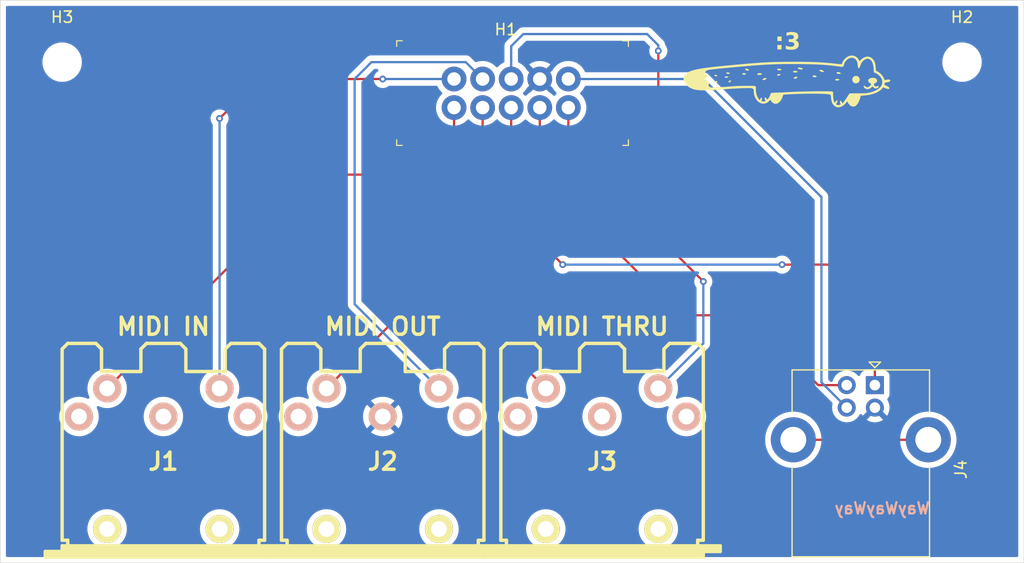
<source format=kicad_pcb>
(kicad_pcb (version 20240108) (generator "pcbnew") (generator_version "8.0")
  (layers (0 "F.Cu" signal) (31 "B.Cu" signal) (34 "B.Paste" user) (35 "F.Paste" user) (36 "B.SilkS" user "B.Silkscreen") (37 "F.SilkS" user "F.Silkscreen") (38 "B.Mask" user) (39 "F.Mask" user) (44 "Edge.Cuts" user))
  (net 0 "")
  (net 1 "/OUT-5")
  (net 2 "/GND")
  (net 3 "/IN-4")
  (net 4 "/THRU-5")
  (net 5 "/THRU-4")
  (net 6 "/IN-5")
  (net 7 "/OUT-4")
  (net 16 "/VBUS")
  (net 17 "/D+")
  (net 18 "/D-")
  (net 19 "unconnected-(J4-Shield-Pad5)")
  (footprint "Eurocad:MIDI_DIN5" (layer "F.Cu") (at 171.99874 126.5023)
    (property "Reference" "J3" (at 0.00126 0.9977 0) (layer "F.SilkS") (effects (font (size 1.524 1.524) (thickness 0.3048))))
    (property "Value" "MIDI THRU" (at 0 -11.00074 0) (layer "F.SilkS") (effects (font (size 1.524 1.524) (thickness 0.3048))))
    (fp_line (start -10.50036 8.99922) (end -8.99922 8.99922) (stroke (width 0.3048)) (layer "F.SilkS"))
    (fp_line (start -10.50036 9.25068) (end 8.99922 9.25068) (stroke (width 0.3048)) (layer "F.SilkS"))
    (fp_line (start -10.50036 9.4996) (end -10.50036 8.99922) (stroke (width 0.3048)) (layer "F.SilkS"))
    (fp_line (start -8.99922 -8.99922) (end -8.99922 8.001) (stroke (width 0.3048)) (layer "F.SilkS"))
    (fp_line (start -8.99922 -8.99922) (end -8.49884 -9.4996) (stroke (width 0.3048)) (layer "F.SilkS"))
    (fp_line (start -8.99922 8.001) (end -8.49884 8.001) (stroke (width 0.3048)) (layer "F.SilkS"))
    (fp_line (start -8.99922 8.49884) (end 10.50036 8.49884) (stroke (width 0.3048)) (layer "F.SilkS"))
    (fp_line (start -8.99922 8.7503) (end 10.50036 8.7503) (stroke (width 0.3048)) (layer "F.SilkS"))
    (fp_line (start -8.99922 8.99922) (end -8.99922 8.49884) (stroke (width 0.3048)) (layer "F.SilkS"))
    (fp_line (start -8.49884 -9.4996) (end -5.99948 -9.4996) (stroke (width 0.3048)) (layer "F.SilkS"))
    (fp_line (start -8.49884 8.001) (end -8.49884 8.49884) (stroke (width 0.3048)) (layer "F.SilkS"))
    (fp_line (start -5.99948 -9.4996) (end -5.4991 -8.99922) (stroke (width 0.3048)) (layer "F.SilkS"))
    (fp_line (start -5.4991 -8.99922) (end -5.4991 -7.00024) (stroke (width 0.3048)) (layer "F.SilkS"))
    (fp_line (start -5.4991 -7.00024) (end -1.99898 -7.00024) (stroke (width 0.3048)) (layer "F.SilkS"))
    (fp_line (start -1.99898 -8.99922) (end -1.99898 -7.00024) (stroke (width 0.3048)) (layer "F.SilkS"))
    (fp_line (start -1.50114 -9.4996) (end -1.99898 -8.99922) (stroke (width 0.3048)) (layer "F.SilkS"))
    (fp_line (start -1.50114 -9.4996) (end 1.50114 -9.4996) (stroke (width 0.3048)) (layer "F.SilkS"))
    (fp_line (start 1.50114 -9.4996) (end 1.99898 -8.99922) (stroke (width 0.3048)) (layer "F.SilkS"))
    (fp_line (start 1.99898 -8.99922) (end 1.99898 -7.00024) (stroke (width 0.3048)) (layer "F.SilkS"))
    (fp_line (start 5.4991 -8.99922) (end 5.4991 -7.00024) (stroke (width 0.3048)) (layer "F.SilkS"))
    (fp_line (start 5.4991 -7.00024) (end 1.99898 -7.00024) (stroke (width 0.3048)) (layer "F.SilkS"))
    (fp_line (start 5.99948 -9.4996) (end 5.4991 -8.99922) (stroke (width 0.3048)) (layer "F.SilkS"))
    (fp_line (start 6.49986 -9.4996) (end 5.99948 -9.4996) (stroke (width 0.3048)) (layer "F.SilkS"))
    (fp_line (start 8.49884 -9.4996) (end 6.49986 -9.4996) (stroke (width 0.3048)) (layer "F.SilkS"))
    (fp_line (start 8.49884 8.49884) (end 8.49884 8.001) (stroke (width 0.3048)) (layer "F.SilkS"))
    (fp_line (start 8.99922 -8.99922) (end 8.49884 -9.4996) (stroke (width 0.3048)) (layer "F.SilkS"))
    (fp_line (start 8.99922 -8.99922) (end 8.99922 8.001) (stroke (width 0.3048)) (layer "F.SilkS"))
    (fp_line (start 8.99922 8.001) (end 8.49884 8.001) (stroke (width 0.3048)) (layer "F.SilkS"))
    (fp_line (start 8.99922 8.99922) (end -8.99922 8.99922) (stroke (width 0.3048)) (layer "F.SilkS"))
    (fp_line (start 8.99922 8.99922) (end 8.99922 9.4996) (stroke (width 0.3048)) (layer "F.SilkS"))
    (fp_line (start 8.99922 9.4996) (end -10.50036 9.4996) (stroke (width 0.3048)) (layer "F.SilkS"))
    (fp_line (start 10.50036 8.49884) (end 10.50036 8.99922) (stroke (width 0.3048)) (layer "F.SilkS"))
    (fp_line (start 10.50036 8.99922) (end 8.99922 8.99922) (stroke (width 0.3048)) (layer "F.SilkS"))
    (pad "" np_thru_hole circle (at -5.00126 6.9977) (size 2.49936 2.49936) (drill 1.397) (layers "*.Cu" "*.Mask" "F.SilkS"))
    (pad "" np_thru_hole circle (at 5.00126 6.9977) (size 2.49936 2.49936) (drill 1.397) (layers "*.Cu" "*.Mask" "F.SilkS"))
    (pad "1" thru_hole circle (at 7.49808 -2.9972) (size 2.49936 2.49936) (drill 1.397) (layers "*.Cu" "*.SilkS" "*.Mask"))
    (pad "2" thru_hole circle (at 0 -2.99974) (size 2.49936 2.49936) (drill 1.397) (layers "*.Cu" "*.SilkS" "*.Mask"))
    (pad "3" thru_hole circle (at -7.49808 -2.9972) (size 2.49936 2.49936) (drill 1.397) (layers "*.Cu" "*.SilkS" "*.Mask"))
    (pad "4" thru_hole circle (at 4.99618 -5.4991) (size 2.49936 2.49936) (drill 1.397) (layers "*.Cu" "*.SilkS" "*.Mask") (net 5 "/THRU-4"))
    (pad "5" thru_hole circle (at -4.99618 -5.4991) (size 2.49936 2.49936) (drill 1.397) (layers "*.Cu" "*.SilkS" "*.Mask") (net 4 "/THRU-5"))
  )
  (footprint "MountingHole:MountingHole_3mm" (layer "F.Cu") (at 124 92)
    (property "Reference" "H3" (at 0 -4 0) (layer "F.SilkS"))
    (property "Value" "MountingHole")
    (pad "" np_thru_hole circle (at 0 0) (size 3 3) (drill 3) (layers "*.Cu" "*.Mask"))
  )
  (footprint "Eurocad:MIDI_DIN5" (layer "F.Cu") (at 132.99874 126.5023)
    (property "Reference" "J1" (at 0 0.9977 0) (layer "F.SilkS") (effects (font (size 1.524 1.524) (thickness 0.3048))))
    (property "Value" "MIDI IN" (at 0 -11.00074 0) (layer "F.SilkS") (effects (font (size 1.524 1.524) (thickness 0.3048))))
    (fp_line (start -10.50036 8.99922) (end -8.99922 8.99922) (stroke (width 0.3048)) (layer "F.SilkS"))
    (fp_line (start -10.50036 9.25068) (end 8.99922 9.25068) (stroke (width 0.3048)) (layer "F.SilkS"))
    (fp_line (start -10.50036 9.4996) (end -10.50036 8.99922) (stroke (width 0.3048)) (layer "F.SilkS"))
    (fp_line (start -8.99922 -8.99922) (end -8.99922 8.001) (stroke (width 0.3048)) (layer "F.SilkS"))
    (fp_line (start -8.99922 -8.99922) (end -8.49884 -9.4996) (stroke (width 0.3048)) (layer "F.SilkS"))
    (fp_line (start -8.99922 8.001) (end -8.49884 8.001) (stroke (width 0.3048)) (layer "F.SilkS"))
    (fp_line (start -8.99922 8.49884) (end 10.50036 8.49884) (stroke (width 0.3048)) (layer "F.SilkS"))
    (fp_line (start -8.99922 8.7503) (end 10.50036 8.7503) (stroke (width 0.3048)) (layer "F.SilkS"))
    (fp_line (start -8.99922 8.99922) (end -8.99922 8.49884) (stroke (width 0.3048)) (layer "F.SilkS"))
    (fp_line (start -8.49884 -9.4996) (end -5.99948 -9.4996) (stroke (width 0.3048)) (layer "F.SilkS"))
    (fp_line (start -8.49884 8.001) (end -8.49884 8.49884) (stroke (width 0.3048)) (layer "F.SilkS"))
    (fp_line (start -5.99948 -9.4996) (end -5.4991 -8.99922) (stroke (width 0.3048)) (layer "F.SilkS"))
    (fp_line (start -5.4991 -8.99922) (end -5.4991 -7.00024) (stroke (width 0.3048)) (layer "F.SilkS"))
    (fp_line (start -5.4991 -7.00024) (end -1.99898 -7.00024) (stroke (width 0.3048)) (layer "F.SilkS"))
    (fp_line (start -1.99898 -8.99922) (end -1.99898 -7.00024) (stroke (width 0.3048)) (layer "F.SilkS"))
    (fp_line (start -1.50114 -9.4996) (end -1.99898 -8.99922) (stroke (width 0.3048)) (layer "F.SilkS"))
    (fp_line (start -1.50114 -9.4996) (end 1.50114 -9.4996) (stroke (width 0.3048)) (layer "F.SilkS"))
    (fp_line (start 1.50114 -9.4996) (end 1.99898 -8.99922) (stroke (width 0.3048)) (layer "F.SilkS"))
    (fp_line (start 1.99898 -8.99922) (end 1.99898 -7.00024) (stroke (width 0.3048)) (layer "F.SilkS"))
    (fp_line (start 5.4991 -8.99922) (end 5.4991 -7.00024) (stroke (width 0.3048)) (layer "F.SilkS"))
    (fp_line (start 5.4991 -7.00024) (end 1.99898 -7.00024) (stroke (width 0.3048)) (layer "F.SilkS"))
    (fp_line (start 5.99948 -9.4996) (end 5.4991 -8.99922) (stroke (width 0.3048)) (layer "F.SilkS"))
    (fp_line (start 6.49986 -9.4996) (end 5.99948 -9.4996) (stroke (width 0.3048)) (layer "F.SilkS"))
    (fp_line (start 8.49884 -9.4996) (end 6.49986 -9.4996) (stroke (width 0.3048)) (layer "F.SilkS"))
    (fp_line (start 8.49884 8.49884) (end 8.49884 8.001) (stroke (width 0.3048)) (layer "F.SilkS"))
    (fp_line (start 8.99922 -8.99922) (end 8.49884 -9.4996) (stroke (width 0.3048)) (layer "F.SilkS"))
    (fp_line (start 8.99922 -8.99922) (end 8.99922 8.001) (stroke (width 0.3048)) (layer "F.SilkS"))
    (fp_line (start 8.99922 8.001) (end 8.49884 8.001) (stroke (width 0.3048)) (layer "F.SilkS"))
    (fp_line (start 8.99922 8.99922) (end -8.99922 8.99922) (stroke (width 0.3048)) (layer "F.SilkS"))
    (fp_line (start 8.99922 8.99922) (end 8.99922 9.4996) (stroke (width 0.3048)) (layer "F.SilkS"))
    (fp_line (start 8.99922 9.4996) (end -10.50036 9.4996) (stroke (width 0.3048)) (layer "F.SilkS"))
    (fp_line (start 10.50036 8.49884) (end 10.50036 8.99922) (stroke (width 0.3048)) (layer "F.SilkS"))
    (fp_line (start 10.50036 8.99922) (end 8.99922 8.99922) (stroke (width 0.3048)) (layer "F.SilkS"))
    (pad "" np_thru_hole circle (at -5.00126 6.9977) (size 2.49936 2.49936) (drill 1.397) (layers "*.Cu" "*.Mask" "F.SilkS"))
    (pad "" np_thru_hole circle (at 5.00126 6.9977) (size 2.49936 2.49936) (drill 1.397) (layers "*.Cu" "*.Mask" "F.SilkS"))
    (pad "1" thru_hole circle (at 7.49808 -2.9972) (size 2.49936 2.49936) (drill 1.397) (layers "*.Cu" "*.SilkS" "*.Mask"))
    (pad "2" thru_hole circle (at 0 -2.99974) (size 2.49936 2.49936) (drill 1.397) (layers "*.Cu" "*.SilkS" "*.Mask"))
    (pad "3" thru_hole circle (at -7.49808 -2.9972) (size 2.49936 2.49936) (drill 1.397) (layers "*.Cu" "*.SilkS" "*.Mask"))
    (pad "4" thru_hole circle (at 4.99618 -5.4991) (size 2.49936 2.49936) (drill 1.397) (layers "*.Cu" "*.SilkS" "*.Mask") (net 3 "/IN-4"))
    (pad "5" thru_hole circle (at -4.99618 -5.4991) (size 2.49936 2.49936) (drill 1.397) (layers "*.Cu" "*.SilkS" "*.Mask") (net 6 "/IN-5"))
  )
  (footprint "MountingHole:MountingHole_3mm" (layer "F.Cu") (at 204 92)
    (property "Reference" "H2" (at 0 -4 0) (layer "F.SilkS"))
    (property "Value" "MountingHole")
    (pad "" np_thru_hole circle (at 0 0) (size 3 3) (drill 3) (layers "*.Cu" "*.Mask"))
  )
  (footprint "digikey-footprints:PinHeader_2x5_P2.54mm_Drill1.2mm" (layer "F.Cu") (at 158.84 93.5)
    (property "Reference" "H1" (at 4.6 -4.4 0) (layer "F.SilkS"))
    (property "Value" "MIDI_INTELLIJEL")
    (fp_line (start -5.1 -3.4) (end -5.1 -2.9) (stroke (width 0.1)) (layer "F.SilkS"))
    (fp_line (start -5.1 -3.4) (end -4.6 -3.4) (stroke (width 0.1)) (layer "F.SilkS"))
    (fp_line (start -5.1 5.9) (end -5.1 5.4) (stroke (width 0.1)) (layer "F.SilkS"))
    (fp_line (start -5.1 5.9) (end -4.6 5.9) (stroke (width 0.1)) (layer "F.SilkS"))
    (fp_line (start 15.5 -3.4) (end 15 -3.4) (stroke (width 0.1)) (layer "F.SilkS"))
    (fp_line (start 15.5 -3.4) (end 15.5 -2.9) (stroke (width 0.1)) (layer "F.SilkS"))
    (fp_line (start 15.5 5.9) (end 15 5.9) (stroke (width 0.1)) (layer "F.SilkS"))
    (fp_line (start 15.5 5.9) (end 15.5 5.4) (stroke (width 0.1)) (layer "F.SilkS"))
    (pad "1" thru_hole circle (at 0 0) (size 2.2 2.2) (drill 1.2) (layers "*.Cu" "*.Mask") (net 3 "/IN-4"))
    (pad "2" thru_hole circle (at 0 2.54) (size 2.2 2.2) (drill 1.2) (layers "*.Cu" "*.Mask") (net 6 "/IN-5"))
    (pad "3" thru_hole circle (at 2.54 0) (size 2.2 2.2) (drill 1.2) (layers "*.Cu" "*.Mask") (net 7 "/OUT-4"))
    (pad "4" thru_hole circle (at 2.54 2.54) (size 2.2 2.2) (drill 1.2) (layers "*.Cu" "*.Mask") (net 1 "/OUT-5"))
    (pad "5" thru_hole circle (at 5.08 0) (size 2.2 2.2) (drill 1.2) (layers "*.Cu" "*.Mask") (net 5 "/THRU-4"))
    (pad "6" thru_hole circle (at 5.08 2.54) (size 2.2 2.2) (drill 1.2) (layers "*.Cu" "*.Mask") (net 4 "/THRU-5"))
    (pad "7" thru_hole circle (at 7.62 0) (size 2.2 2.2) (drill 1.2) (layers "*.Cu" "*.Mask") (net 2 "/GND"))
    (pad "8" thru_hole circle (at 7.62 2.54) (size 2.2 2.2) (drill 1.2) (layers "*.Cu" "*.Mask") (net 16 "/VBUS"))
    (pad "9" thru_hole circle (at 10.16 0) (size 2.2 2.2) (drill 1.2) (layers "*.Cu" "*.Mask") (net 17 "/D+"))
    (pad "10" thru_hole circle (at 10.16 2.54) (size 2.2 2.2) (drill 1.2) (layers "*.Cu" "*.Mask") (net 18 "/D-"))
  )
  (footprint "Eurocad:MIDI_DIN5" (layer "F.Cu") (at 152.49874 126.5023)
    (property "Reference" "J2" (at 0 0.9977 0) (layer "F.SilkS") (effects (font (size 1.524 1.524) (thickness 0.3048))))
    (property "Value" "MIDI OUT" (at 0 -11.00074 0) (layer "F.SilkS") (effects (font (size 1.524 1.524) (thickness 0.3048))))
    (fp_line (start -10.50036 8.99922) (end -8.99922 8.99922) (stroke (width 0.3048)) (layer "F.SilkS"))
    (fp_line (start -10.50036 9.25068) (end 8.99922 9.25068) (stroke (width 0.3048)) (layer "F.SilkS"))
    (fp_line (start -10.50036 9.4996) (end -10.50036 8.99922) (stroke (width 0.3048)) (layer "F.SilkS"))
    (fp_line (start -8.99922 -8.99922) (end -8.99922 8.001) (stroke (width 0.3048)) (layer "F.SilkS"))
    (fp_line (start -8.99922 -8.99922) (end -8.49884 -9.4996) (stroke (width 0.3048)) (layer "F.SilkS"))
    (fp_line (start -8.99922 8.001) (end -8.49884 8.001) (stroke (width 0.3048)) (layer "F.SilkS"))
    (fp_line (start -8.99922 8.49884) (end 10.50036 8.49884) (stroke (width 0.3048)) (layer "F.SilkS"))
    (fp_line (start -8.99922 8.7503) (end 10.50036 8.7503) (stroke (width 0.3048)) (layer "F.SilkS"))
    (fp_line (start -8.99922 8.99922) (end -8.99922 8.49884) (stroke (width 0.3048)) (layer "F.SilkS"))
    (fp_line (start -8.49884 -9.4996) (end -5.99948 -9.4996) (stroke (width 0.3048)) (layer "F.SilkS"))
    (fp_line (start -8.49884 8.001) (end -8.49884 8.49884) (stroke (width 0.3048)) (layer "F.SilkS"))
    (fp_line (start -5.99948 -9.4996) (end -5.4991 -8.99922) (stroke (width 0.3048)) (layer "F.SilkS"))
    (fp_line (start -5.4991 -8.99922) (end -5.4991 -7.00024) (stroke (width 0.3048)) (layer "F.SilkS"))
    (fp_line (start -5.4991 -7.00024) (end -1.99898 -7.00024) (stroke (width 0.3048)) (layer "F.SilkS"))
    (fp_line (start -1.99898 -8.99922) (end -1.99898 -7.00024) (stroke (width 0.3048)) (layer "F.SilkS"))
    (fp_line (start -1.50114 -9.4996) (end -1.99898 -8.99922) (stroke (width 0.3048)) (layer "F.SilkS"))
    (fp_line (start -1.50114 -9.4996) (end 1.50114 -9.4996) (stroke (width 0.3048)) (layer "F.SilkS"))
    (fp_line (start 1.50114 -9.4996) (end 1.99898 -8.99922) (stroke (width 0.3048)) (layer "F.SilkS"))
    (fp_line (start 1.99898 -8.99922) (end 1.99898 -7.00024) (stroke (width 0.3048)) (layer "F.SilkS"))
    (fp_line (start 5.4991 -8.99922) (end 5.4991 -7.00024) (stroke (width 0.3048)) (layer "F.SilkS"))
    (fp_line (start 5.4991 -7.00024) (end 1.99898 -7.00024) (stroke (width 0.3048)) (layer "F.SilkS"))
    (fp_line (start 5.99948 -9.4996) (end 5.4991 -8.99922) (stroke (width 0.3048)) (layer "F.SilkS"))
    (fp_line (start 6.49986 -9.4996) (end 5.99948 -9.4996) (stroke (width 0.3048)) (layer "F.SilkS"))
    (fp_line (start 8.49884 -9.4996) (end 6.49986 -9.4996) (stroke (width 0.3048)) (layer "F.SilkS"))
    (fp_line (start 8.49884 8.49884) (end 8.49884 8.001) (stroke (width 0.3048)) (layer "F.SilkS"))
    (fp_line (start 8.99922 -8.99922) (end 8.49884 -9.4996) (stroke (width 0.3048)) (layer "F.SilkS"))
    (fp_line (start 8.99922 -8.99922) (end 8.99922 8.001) (stroke (width 0.3048)) (layer "F.SilkS"))
    (fp_line (start 8.99922 8.001) (end 8.49884 8.001) (stroke (width 0.3048)) (layer "F.SilkS"))
    (fp_line (start 8.99922 8.99922) (end -8.99922 8.99922) (stroke (width 0.3048)) (layer "F.SilkS"))
    (fp_line (start 8.99922 8.99922) (end 8.99922 9.4996) (stroke (width 0.3048)) (layer "F.SilkS"))
    (fp_line (start 8.99922 9.4996) (end -10.50036 9.4996) (stroke (width 0.3048)) (layer "F.SilkS"))
    (fp_line (start 10.50036 8.49884) (end 10.50036 8.99922) (stroke (width 0.3048)) (layer "F.SilkS"))
    (fp_line (start 10.50036 8.99922) (end 8.99922 8.99922) (stroke (width 0.3048)) (layer "F.SilkS"))
    (pad "" np_thru_hole circle (at -5.00126 6.9977) (size 2.49936 2.49936) (drill 1.397) (layers "*.Cu" "*.Mask" "F.SilkS"))
    (pad "" np_thru_hole circle (at 5.00126 6.9977) (size 2.49936 2.49936) (drill 1.397) (layers "*.Cu" "*.Mask" "F.SilkS"))
    (pad "1" thru_hole circle (at 7.49808 -2.9972) (size 2.49936 2.49936) (drill 1.397) (layers "*.Cu" "*.SilkS" "*.Mask"))
    (pad "2" thru_hole circle (at 0 -2.99974) (size 2.49936 2.49936) (drill 1.397) (layers "*.Cu" "*.SilkS" "*.Mask") (net 2 "/GND"))
    (pad "3" thru_hole circle (at -7.49808 -2.9972) (size 2.49936 2.49936) (drill 1.397) (layers "*.Cu" "*.SilkS" "*.Mask"))
    (pad "4" thru_hole circle (at 4.99618 -5.4991) (size 2.49936 2.49936) (drill 1.397) (layers "*.Cu" "*.SilkS" "*.Mask") (net 7 "/OUT-4"))
    (pad "5" thru_hole circle (at -4.99618 -5.4991) (size 2.49936 2.49936) (drill 1.397) (layers "*.Cu" "*.SilkS" "*.Mask") (net 1 "/OUT-5"))
  )
  (footprint "misc:logo" (layer "F.Cu") (at 188.5 93.75)
    (property "Reference" ":3" (at 0 -3.5 0) (layer "F.SilkS") (effects (font (size 1.5 1.5) (thickness 0.3))))
    (property "Value" "LOGO" (hide yes))
    (fp_poly (pts (xy -6.404411 -0.621531) (xy -6.316374 -0.600992) (xy -6.273444 -0.568173) (xy -6.273457 -0.521721) (xy -6.307605 -0.492144) (xy -6.367131 -0.485146) (xy -6.434909 -0.500193) (xy -6.484216 -0.528273) (xy -6.522909 -0.573782) (xy -6.51762 -0.607071) (xy -6.472116 -0.623742)) (fill solid) (layer "F.SilkS"))
    (fp_poly (pts (xy -6.277231 -0.062158) (xy -6.244811 -0.033975) (xy -6.251769 0.011303) (xy -6.28817 0.052149) (xy -6.3519 0.08657) (xy -6.415529 0.094861) (xy -6.462961 0.076466) (xy -6.475019 0.0586) (xy -6.471363 0.009389) (xy -6.426738 -0.033084) (xy -6.348557 -0.061943) (xy -6.344001 -0.062885)) (fill solid) (layer "F.SilkS"))
    (fp_poly (pts (xy -5.03858 -0.10385) (xy -5.049179 -0.055407) (xy -5.081156 -0.010864) (xy -5.140294 0.031995) (xy -5.203704 0.048968) (xy -5.25356 0.035694) (xy -5.257397 0.032254) (xy -5.272899 -0.010184) (xy -5.247485 -0.056876) (xy -5.187317 -0.100941) (xy -5.110119 -0.132197) (xy -5.059728 -0.132941)) (fill solid) (layer "F.SilkS"))
    (fp_poly (pts (xy 0.858216 -0.430241) (xy 0.863644 -0.393223) (xy 0.827064 -0.347395) (xy 0.760116 -0.306354) (xy 0.66851 -0.273877) (xy 0.59449 -0.269206) (xy 0.547488 -0.292349) (xy 0.539493 -0.306149) (xy 0.544796 -0.35242) (xy 0.589345 -0.396657) (xy 0.664229 -0.432161) (xy 0.728103 -0.447927) (xy 0.812471 -0.45097)) (fill solid) (layer "F.SilkS"))
    (fp_poly (pts (xy -5.355289 -0.475652) (xy -5.301554 -0.453122) (xy -5.288236 -0.419138) (xy -5.301252 -0.39488) (xy -5.339172 -0.376714) (xy -5.405101 -0.36598) (xy -5.481445 -0.363075) (xy -5.550608 -0.368398) (xy -5.594996 -0.382347) (xy -5.60075 -0.388107) (xy -5.604017 -0.42812) (xy -5.567184 -0.460489) (xy -5.498462 -0.480178) (xy -5.444733 -0.483809)) (fill solid) (layer "F.SilkS"))
    (fp_poly (pts (xy -0.689589 -0.691424) (xy -0.64409 -0.672968) (xy -0.635368 -0.660732) (xy -0.646337 -0.626055) (xy -0.691362 -0.591074) (xy -0.756491 -0.561483) (xy -0.827773 -0.54298) (xy -0.891256 -0.541258) (xy -0.91319 -0.547314) (xy -0.941539 -0.578587) (xy -0.930614 -0.622408) (xy -0.884801 -0.666251) (xy -0.82746 -0.688453) (xy -0.756551 -0.696715)) (fill solid) (layer "F.SilkS"))
    (fp_poly (pts (xy -5.293919 -0.83393) (xy -5.21814 -0.817624) (xy -5.162984 -0.794747) (xy -5.151789 -0.785248) (xy -5.144128 -0.751935) (xy -5.173625 -0.725722) (xy -5.229276 -0.709086) (xy -5.300078 -0.704509) (xy -5.375028 -0.714468) (xy -5.412619 -0.726468) (xy -5.457109 -0.759954) (xy -5.463253 -0.799961) (xy -5.429126 -0.83181) (xy -5.426562 -0.832836) (xy -5.370126 -0.840166)) (fill solid) (layer "F.SilkS"))
    (fp_poly (pts (xy -3.866662 -0.76921) (xy -3.769223 -0.759048) (xy -3.717426 -0.739146) (xy -3.70922 -0.70789) (xy -3.738076 -0.668046) (xy -3.790665 -0.641044) (xy -3.865673 -0.62948) (xy -3.9429 -0.633582) (xy -4.002144 -0.653577) (xy -4.015363 -0.66493) (xy -4.033833 -0.713009) (xy -4.030734 -0.738664) (xy -4.011588 -0.759951) (xy -3.96828 -0.769808) (xy -3.890157 -0.770218)) (fill solid) (layer "F.SilkS"))
    (fp_poly (pts (xy -1.926919 -0.348864) (xy -1.887894 -0.318574) (xy -1.891905 -0.278605) (xy -1.936066 -0.234502) (xy -2.006246 -0.196503) (xy -2.094347 -0.16159) (xy -2.153188 -0.147829) (xy -2.196079 -0.153374) (xy -2.221974 -0.166627) (xy -2.239384 -0.197434) (xy -2.220347 -0.236552) (xy -2.174621 -0.277953) (xy -2.111966 -0.31561) (xy -2.042142 -0.343495) (xy -1.974907 -0.35558)) (fill solid) (layer "F.SilkS"))
    (fp_poly (pts (xy 0.685856 -0.979527) (xy 0.791385 -0.961695) (xy 0.828524 -0.952126) (xy 0.864686 -0.923912) (xy 0.866888 -0.882328) (xy 0.837137 -0.846365) (xy 0.816429 -0.837723) (xy 0.737077 -0.825686) (xy 0.646931 -0.824917) (xy 0.56709 -0.834624) (xy 0.526143 -0.848604) (xy 0.488221 -0.889932) (xy 0.495311 -0.935722) (xy 0.534002 -0.968588) (xy 0.594946 -0.98211)) (fill solid) (layer "F.SilkS"))
    (fp_poly (pts (xy 2.428331 -0.565827) (xy 2.506718 -0.543035) (xy 2.55341 -0.515325) (xy 2.576561 -0.47743) (xy 2.562064 -0.444961) (xy 2.520043 -0.424097) (xy 2.449434 -0.413559) (xy 2.36902 -0.413833) (xy 2.297582 -0.425403) (xy 2.267857 -0.437366) (xy 2.231674 -0.479078) (xy 2.231036 -0.528032) (xy 2.264901 -0.564848) (xy 2.274925 -0.5688) (xy 2.343691 -0.575831)) (fill solid) (layer "F.SilkS"))
    (fp_poly (pts (xy -3.606613 -1.162065) (xy -3.591274 -1.158365) (xy -3.49746 -1.125745) (xy -3.449676 -1.087186) (xy -3.448866 -1.043618) (xy -3.459238 -1.028095) (xy -3.491253 -1.002603) (xy -3.53765 -0.996076) (xy -3.611852 -1.007527) (xy -3.642778 -1.014616) (xy -3.721491 -1.038781) (xy -3.761818 -1.067784) (xy -3.773689 -1.10898) (xy -3.773714 -1.111601) (xy -3.755482 -1.157134) (xy -3.700117 -1.17387)) (fill solid) (layer "F.SilkS"))
    (fp_poly (pts (xy -0.757514 -1.170839) (xy -0.671824 -1.157124) (xy -0.603332 -1.133847) (xy -0.588892 -1.125089) (xy -0.561267 -1.082497) (xy -0.563786 -1.055784) (xy -0.586549 -1.031028) (xy -0.637322 -1.01937) (xy -0.706812 -1.017533) (xy -0.791325 -1.022532) (xy -0.863409 -1.03354) (xy -0.889 -1.040944) (xy -0.934837 -1.076692) (xy -0.937201 -1.121099) (xy -0.897002 -1.160097) (xy -0.839531 -1.17262)) (fill solid) (layer "F.SilkS"))
    (fp_poly (pts (xy 3.022605 -1.052852) (xy 3.099454 -1.023566) (xy 3.163256 -0.985424) (xy 3.202976 -0.942812) (xy 3.207576 -0.900114) (xy 3.203889 -0.892865) (xy 3.166878 -0.87488) (xy 3.098083 -0.874997) (xy 3.010285 -0.892477) (xy 2.965826 -0.906576) (xy 2.876584 -0.946672) (xy 2.824518 -0.988372) (xy 2.81387 -1.02757) (xy 2.82415 -1.043731) (xy 2.873916 -1.06732) (xy 2.943747 -1.068898)) (fill solid) (layer "F.SilkS"))
    (fp_poly (pts (xy -2.46084 -0.769188) (xy -2.377175 -0.763273) (xy -2.330413 -0.752793) (xy -2.30908 -0.733477) (xy -2.30283 -0.710395) (xy -2.309889 -0.668839) (xy -2.352389 -0.639611) (xy -2.372964 -0.631776) (xy -2.466855 -0.610798) (xy -2.564529 -0.60726) (xy -2.645385 -0.621225) (xy -2.667 -0.63089) (xy -2.702136 -0.666553) (xy -2.709333 -0.689779) (xy -2.68687 -0.732783) (xy -2.621849 -0.760001) (xy -2.517819 -0.770298)) (fill solid) (layer "F.SilkS"))
    (fp_poly (pts (xy 4.464529 -0.261554) (xy 4.543531 -0.247364) (xy 4.588983 -0.220607) (xy 4.596169 -0.187084) (xy 4.560374 -0.152595) (xy 4.555317 -0.149867) (xy 4.482259 -0.124202) (xy 4.395366 -0.110296) (xy 4.313461 -0.109556) (xy 4.255364 -0.123393) (xy 4.249631 -0.126983) (xy 4.220695 -0.170446) (xy 4.231745 -0.216878) (xy 4.277844 -0.251289) (xy 4.292033 -0.255716) (xy 4.347916 -0.262224) (xy 4.427396 -0.263175)) (fill solid) (layer "F.SilkS"))
    (fp_poly (pts (xy 4.557883 -0.85975) (xy 4.634632 -0.834851) (xy 4.692369 -0.798699) (xy 4.71702 -0.754529) (xy 4.717143 -0.751139) (xy 4.711183 -0.721097) (xy 4.685126 -0.707124) (xy 4.626708 -0.704277) (xy 4.602238 -0.704818) (xy 4.521121 -0.708972) (xy 4.452741 -0.71553) (xy 4.434662 -0.718366) (xy 4.371678 -0.744343) (xy 4.34151 -0.785329) (xy 4.351394 -0.83086) (xy 4.354286 -0.834571) (xy 4.403638 -0.862846) (xy 4.476195 -0.870161)) (fill solid) (layer "F.SilkS"))
    (fp_poly (pts (xy 1.064796 -1.264821) (xy 1.149215 -1.24892) (xy 1.270914 -1.22214) (xy 1.276048 -1.220974) (xy 1.320652 -1.195387) (xy 1.330064 -1.156669) (xy 1.30951 -1.118278) (xy 1.264216 -1.093674) (xy 1.225688 -1.091277) (xy 1.186783 -1.09714) (xy 1.119303 -1.109045) (xy 1.077205 -1.11692) (xy 0.974745 -1.143648) (xy 0.913845 -1.175638) (xy 0.896564 -1.210744) (xy 0.924961 -1.246821) (xy 0.942443 -1.257377) (xy 0.970688 -1.268037) (xy 1.00838 -1.270856)) (fill solid) (layer "F.SilkS"))
    (fp_poly (pts (xy 6.189572 -0.511639) (xy 6.283779 -0.456056) (xy 6.352822 -0.37455) (xy 6.393973 -0.276228) (xy 6.404507 -0.170197) (xy 6.381699 -0.065567) (xy 6.322823 0.028557) (xy 6.257378 0.084179) (xy 6.159605 0.125149) (xy 6.049293 0.136367) (xy 5.946493 0.117021) (xy 5.908303 0.098302) (xy 5.808481 0.010758) (xy 5.75126 -0.096239) (xy 5.738431 -0.216164) (xy 5.771783 -0.342488) (xy 5.781761 -0.363322) (xy 5.85429 -0.459101) (xy 5.954258 -0.515222) (xy 6.072924 -0.53219)) (fill solid) (layer "F.SilkS"))
    (fp_poly (pts (xy 7.697273 -0.347899) (xy 7.802449 -0.315495) (xy 7.837371 -0.294447) (xy 7.913717 -0.217511) (xy 7.951264 -0.132931) (xy 7.950011 -0.065566) (xy 7.910527 0.010966) (xy 7.841144 0.080712) (xy 7.759386 0.127315) (xy 7.736068 0.134121) (xy 7.685637 0.155356) (xy 7.668961 0.199033) (xy 7.668381 0.216374) (xy 7.684871 0.288232) (xy 7.72624 0.354745) (xy 7.780338 0.400258) (xy 7.81961 0.411238) (xy 7.877605 0.403045) (xy 7.948023 0.383216) (xy 7.95114 0.382102) (xy 8.010485 0.365682) (xy 8.048372 0.373661) (xy 8.07261 0.393861) (xy 8.096 0.422879) (xy 8.093067 0.449828) (xy 8.060033 0.490433) (xy 8.045808 0.505417) (xy 7.953766 0.570095) (xy 7.84905 0.593339) (xy 7.742541 0.575973) (xy 7.645122 0.518821) (xy 7.600077 0.471645) (xy 7.54784 0.405237) (xy 7.448201 0.495255) (xy 7.375113 0.553899) (xy 7.300444 0.602552) (xy 7.267344 0.619208) (xy 7.155672 0.647751) (xy 7.037721 0.648713) (xy 6.933697 0.622688) (xy 6.906381 0.608592) (xy 6.826089 0.54959) (xy 6.780079 0.485856) (xy 6.758358 0.41498) (xy 6.757693 0.357448) (xy 6.784678 0.337872) (xy 6.836883 0.356312) (xy 6.910077 0.411238) (xy 6.994668 0.467022) (xy 7.080505 0.480604) (xy 7.179937 0.453347) (xy 7.20187 0.443434) (xy 7.255537 0.40707) (xy 7.316462 0.350456) (xy 7.37298 0.286604) (xy 7.413431 0.228525) (xy 7.426476 0.192829) (xy 7.406606 0.172307) (xy 7.358612 0.147099) (xy 7.356747 0.14632) (xy 7.258444 0.087902) (xy 7.190241 0.01172) (xy 7.155181 -0.073211) (xy 7.156308 -0.157876) (xy 7.196665 -0.233263) (xy 7.220909 -0.256018) (xy 7.318501 -0.310352) (xy 7.440375 -0.344398) (xy 7.571607 -0.357224)) (fill solid) (layer "F.SilkS"))
    (fp_poly (pts (xy 5.876486 -2.323244) (xy 6.036246 -2.257274) (xy 6.175776 -2.15416) (xy 6.286081 -2.019492) (xy 6.315502 -1.96717) (xy 6.348874 -1.900904) (xy 6.37206 -1.85493) (xy 6.378485 -1.842245) (xy 6.396188 -1.854007) (xy 6.439282 -1.892664) (xy 6.499311 -1.950539) (xy 6.515127 -1.966265) (xy 6.679175 -2.103192) (xy 6.847679 -2.193967) (xy 7.01623 -2.239632) (xy 7.180416 -2.241229) (xy 7.335828 -2.199801) (xy 7.478056 -2.11639) (xy 7.60269 -1.992037) (xy 7.70532 -1.827786) (xy 7.768045 -1.670169) (xy 7.801431 -1.527461) (xy 7.824107 -1.347705) (xy 7.831317 -1.239762) (xy 7.838292 -1.131548) (xy 7.847281 -1.04373) (xy 7.85707 -0.985955) (xy 7.865543 -0.967619) (xy 7.921504 -0.952698) (xy 8.001649 -0.912765) (xy 8.094101 -0.855067) (xy 8.186988 -0.786852) (xy 8.249903 -0.733047) (xy 8.404106 -0.56715) (xy 8.519202 -0.392975) (xy 8.576412 -0.262377) (xy 8.613034 -0.154896) (xy 8.795812 -0.190285) (xy 8.928874 -0.209813) (xy 9.022706 -0.207924) (xy 9.081996 -0.183497) (xy 9.111432 -0.135412) (xy 9.115421 -0.113918) (xy 9.112903 -0.064874) (xy 9.082758 -0.033055) (xy 9.04285 -0.013865) (xy 8.975533 0.008616) (xy 8.882999 0.032751) (xy 8.805334 0.049338) (xy 8.722893 0.066648) (xy 8.6607 0.082873) (xy 8.633151 0.093982) (xy 8.61864 0.126191) (xy 8.604332 0.183308) (xy 8.604015 0.184989) (xy 8.599068 0.221411) (xy 8.605499 0.2488) (xy 8.631006 0.274236) (xy 8.683285 0.304803) (xy 8.770034 0.347582) (xy 8.792392 0.358321) (xy 8.914688 0.422812) (xy 8.993573 0.47926) (xy 9.032625 0.531138) (xy 9.035425 0.581918) (xy 9.032388 0.591123) (xy 9.001173 0.629827) (xy 8.944217 0.642435) (xy 8.857069 0.628717) (xy 8.735278 0.58844) (xy 8.697578 0.573665) (xy 8.489069 0.489944) (xy 8.402022 0.596175) (xy 8.304649 0.693646) (xy 8.173112 0.794855) (xy 8.020096 0.891462) (xy 7.858288 0.975128) (xy 7.766122 1.014165) (xy 7.544396 1.090158) (xy 7.317928 1.147248) (xy 7.071845 1.188618) (xy 6.831102 1.214226) (xy 6.489727 1.242906) (xy 6.448531 1.417652) (xy 6.39442 1.59747) (xy 6.32113 1.768437) (xy 6.234004 1.921704) (xy 6.138386 2.048425) (xy 6.039619 2.139751) (xy 5.99621 2.166614) (xy 5.90061 2.1949) (xy 5.786148 2.198393) (xy 5.675592 2.176952) (xy 5.653747 2.168746) (xy 5.574533 2.118666) (xy 5.488216 2.03704) (xy 5.406779 1.936779) (xy 5.344701 1.835743) (xy 5.292831 1.734069) (xy 5.23042 1.816511) (xy 5.075903 1.992749) (xy 4.911733 2.127492) (xy 4.74124 2.218578) (xy 4.567754 2.263847) (xy 4.536186 2.266983) (xy 4.442662 2.269726) (xy 4.369318 2.25776) (xy 4.290434 2.225759) (xy 4.25769 2.209321) (xy 4.114817 2.109807) (xy 4.00283 1.974152) (xy 3.921467 1.801851) (xy 3.870471 1.592398) (xy 3.852472 1.419378) (xy 3.845053 1.307912) (xy 3.836257 1.23458) (xy 3.82358 1.189148) (xy 3.804522 1.161382) (xy 3.785843 1.146845) (xy 3.734033 1.125529) (xy 3.64718 1.107238) (xy 3.523472 1.091869) (xy 3.361101 1.07932) (xy 3.158255 1.069487) (xy 2.913124 1.062268) (xy 2.623897 1.057562) (xy 2.288763 1.055264) (xy 2.165048 1.055014) (xy 1.941819 1.055777) (xy 1.705433 1.058343) (xy 1.460748 1.06252) (xy 1.212623 1.068113) (xy 0.965918 1.074931) (xy 0.725491 1.082781) (xy 0.496202 1.091468) (xy 0.282909 1.1008) (xy 0.090472 1.110584) (xy -0.076251 1.120626) (xy -0.212399 1.130735) (xy -0.313115 1.140715) (xy -0.373539 1.150375) (xy -0.389017 1.156517) (xy -0.403583 1.188158) (xy -0.424225 1.248932) (xy -0.434097 1.282095) (xy -0.486683 1.425975) (xy -0.560243 1.573815) (xy -0.64408 1.705639) (xy -0.694535 1.768372) (xy -0.818405 1.876456) (xy -0.949927 1.939668) (xy -1.083219 1.958563) (xy -1.212402 1.933694) (xy -1.331594 1.865616) (xy -1.434917 1.754884) (xy -1.472609 1.694997) (xy -1.530075 1.592129) (xy -1.654038 1.7142) (xy -1.800699 1.835034) (xy -1.951275 1.910323) (xy -2.11197 1.942849) (xy -2.168056 1.944674) (xy -2.33585 1.920597) (xy -2.493779 1.853497) (xy -2.638078 1.748343) (xy -2.764984 1.610108) (xy -2.870732 1.443761) (xy -2.951559 1.254274) (xy -3.003698 1.046618) (xy -3.023388 0.825764) (xy -3.023452 0.815068) (xy -3.023809 0.650422) (xy -3.138482 0.599697) (xy -3.174329 0.584709) (xy -3.210021 0.573193) (xy -3.251849 0.564863) (xy -3.306103 0.559434) (xy -3.379072 0.556619) (xy -3.477049 0.556135) (xy -3.606323 0.557695) (xy -3.773185 0.561013) (xy -3.918625 0.564297) (xy -4.111252 0.570322) (xy -4.340295 0.580108) (xy -4.593991 0.592997) (xy -4.860577 0.608332) (xy -5.128289 0.625455) (xy -5.385366 0.643711) (xy -5.503333 0.652826) (xy -5.928814 0.685545) (xy -6.309628 0.712224) (xy -6.649109 0.732891) (xy -6.950588 0.747577) (xy -7.217398 0.756312) (xy -7.452871 0.759124) (xy -7.66034 0.756046) (xy -7.843137 0.747105) (xy -8.004594 0.732333) (xy -8.148044 0.711758) (xy -8.276819 0.685411) (xy -8.30692 0.677975) (xy -8.514973 0.608681) (xy -8.709139 0.513171) (xy -8.882155 0.396904) (xy -9.026759 0.265335) (xy -9.135688 0.123922) (xy -9.189577 0.014759) (xy -9.243805 -0.16669) (xy -9.260057 -0.323113) (xy -9.237514 -0.460469) (xy -9.175357 -0.584719) (xy -9.093834 -0.681422) (xy -9.012582 -0.753643) (xy -8.933792 -0.808975) (xy -7.378095 -0.808975) (xy -7.35812 -0.756768) (xy -7.306296 -0.695937) (xy -7.234778 -0.637969) (xy -7.155721 -0.594352) (xy -7.147598 -0.591118) (xy -7.075486 -0.552874) (xy -7.040689 -0.511322) (xy -7.045963 -0.473291) (xy -7.089399 -0.447019) (xy -7.157593 -0.41174) (xy -7.224972 -0.355656) (xy -7.278383 -0.292249) (xy -7.304676 -0.235003) (xy -7.305524 -0.225443) (xy -7.283926 -0.157765) (xy -7.226897 -0.089905) (xy -7.146079 -0.032836) (xy -7.067441 -0.001029) (xy -6.996415 0.027366) (xy -6.968931 0.067559) (xy -6.981849 0.127869) (xy -7.003143 0.169333) (xy -7.039104 0.268732) (xy -7.029935 0.356188) (xy -6.978281 0.427372) (xy -6.886789 0.477954) (xy -6.801869 0.498573) (xy -6.75286 0.500779) (xy -6.661586 0.499747) (xy -6.534033 0.495809) (xy -6.376183 0.489298) (xy -6.194021 0.480545) (xy -5.993532 0.469884) (xy -5.780699 0.457646) (xy -5.561508 0.444165) (xy -5.341942 0.429772) (xy -5.127986 0.4148) (xy -4.925624 0.399582) (xy -4.740841 0.384449) (xy -4.729238 0.383446) (xy -4.630108 0.376947) (xy -4.491633 0.370867) (xy -4.322847 0.365447) (xy -4.132785 0.360928) (xy -3.930481 0.35755) (xy -3.724971 0.355552) (xy -3.671002 0.355285) (xy -3.444717 0.354239) (xy -3.262183 0.353981) (xy -3.118771 0.355912) (xy -3.009854 0.361434) (xy -2.930806 0.371951) (xy -2.876999 0.388863) (xy -2.843806 0.413574) (xy -2.826599 0.447485) (xy -2.820752 0.491998) (xy -2.821637 0.548516) (xy -2.824402 0.611828) (xy -2.816159 0.885445) (xy -2.770759 1.128339) (xy -2.688092 1.3409) (xy -2.570931 1.52002) (xy -2.482222 1.628277) (xy -2.439339 1.527305) (xy -2.391846 1.442444) (xy -2.346098 1.402731) (xy -2.309321 1.40585) (xy -2.288744 1.449486) (xy -2.291594 1.531323) (xy -2.300299 1.571858) (xy -2.317338 1.646827) (xy -2.319181 1.689234) (xy -2.305527 1.71255) (xy -2.297017 1.718702) (xy -2.242369 1.735163) (xy -2.161506 1.740456) (xy -2.075422 1.734005) (xy -2.035875 1.725899) (xy -2.001679 1.709557) (xy -1.989767 1.678608) (xy -2.000089 1.623735) (xy -2.032594 1.535625) (xy -2.034819 1.530135) (xy -2.053441 1.47317) (xy -2.047283 1.437099) (xy -2.023721 1.409182) (xy -1.994324 1.385054) (xy -1.96894 1.387272) (xy -1.932796 1.420252) (xy -1.912606 1.442391) (xy -1.866856 1.497765) (xy -1.836652 1.542688) (xy -1.832712 1.551248) (xy -1.811882 1.562041) (xy -1.775276 1.537956) (xy -1.728678 1.487429) (xy -1.677871 1.418892) (xy -1.628641 1.340782) (xy -1.58677 1.26153) (xy -1.558042 1.189573) (xy -1.54819 1.136351) (xy -1.533901 1.088731) (xy -1.500798 1.034846) (xy -1.483556 1.01448) (xy -1.463749 0.999099) (xy -1.434574 0.987758) (xy -1.389228 0.979514) (xy -1.320906 0.973423) (xy -1.222806 0.968541) (xy -1.088122 0.963923) (xy -0.96256 0.960171) (xy -0.781075 0.954078) (xy -0.586027 0.946243) (xy -0.393779 0.937408) (xy -0.220691 0.928313) (xy -0.108857 0.921473) (xy 0.107253 0.908326) (xy 0.34685 0.896076) (xy 0.605793 0.884777) (xy 0.879936 0.874481) (xy 1.165139 0.865241) (xy 1.457257 0.857111) (xy 1.752147 0.850142) (xy 2.045667 0.84439) (xy 2.333674 0.839905) (xy 2.612024 0.836741) (xy 2.876574 0.834952) (xy 3.123182 0.83459) (xy 3.347704 0.835708) (xy 3.545997 0.838359) (xy 3.713919 0.842596) (xy 3.847326 0.848472) (xy 3.942075 0.856041) (xy 3.994023 0.865354) (xy 4.001182 0.868913) (xy 4.020145 0.895316) (xy 4.032036 0.94257) (xy 4.038203 1.019874) (xy 4.039992 1.133867) (xy 4.047678 1.349347) (xy 4.06957 1.539888) (xy 4.10445 1.697023) (xy 4.131977 1.773754) (xy 4.173017 1.867866) (xy 4.253059 1.756409) (xy 4.321653 1.67787) (xy 4.377822 1.643003) (xy 4.416393 1.647647) (xy 4.432191 1.687642) (xy 4.420044 1.758824) (xy 4.375845 1.855171) (xy 4.332759 1.938595) (xy 4.321096 1.992391) (xy 4.343382 2.02573) (xy 4.402142 2.047787) (xy 4.430664 2.054301) (xy 4.50193 2.060359) (xy 4.582176 2.054777) (xy 4.651378 2.040069) (xy 4.68665 2.022176) (xy 4.689199 1.992325) (xy 4.678375 1.935039) (xy 4.672638 1.914445) (xy 4.649647 1.812647) (xy 4.647393 1.735662) (xy 4.665797 1.691799) (xy 4.67481 1.686523) (xy 4.730239 1.68951) (xy 4.779151 1.737553) (xy 4.813415 1.812803) (xy 4.836967 1.872963) (xy 4.857712 1.907674) (xy 4.863375 1.911048) (xy 4.891515 1.891781) (xy 4.940396 1.838583) (xy 5.004811 1.758355) (xy 5.079553 1.657999) (xy 5.159414 1.544418) (xy 5.239187 1.424514) (xy 5.284905 1.352307) (xy 5.350111 1.248593) (xy 5.408695 1.158121) (xy 5.454744 1.089839) (xy 5.482344 1.052692) (xy 5.484368 1.050517) (xy 5.503385 1.040645) (xy 5.541519 1.033044) (xy 5.603604 1.027525) (xy 5.694476 1.0239) (xy 5.818971 1.02198) (xy 5.981924 1.021576) (xy 6.18817 1.022498) (xy 6.199574 1.022575) (xy 6.439442 1.02334) (xy 6.638852 1.021569) (xy 6.805693 1.016526) (xy 6.947855 1.007476) (xy 7.073227 0.993683) (xy 7.189699 0.974411) (xy 7.30516 0.948926) (xy 7.427499 0.916492) (xy 7.471012 0.904056) (xy 7.72652 0.814186) (xy 7.946245 0.703737) (xy 8.127358 0.574656) (xy 8.267036 0.428892) (xy 8.348073 0.299497) (xy 8.398086 0.14608) (xy 8.408591 -0.021316) (xy 8.379797 -0.189048) (xy 8.338888 -0.294288) (xy 8.251272 -0.431229) (xy 8.130069 -0.56404) (xy 7.989279 -0.679856) (xy 7.8429 -0.765812) (xy 7.810713 -0.779687) (xy 7.656286 -0.841371) (xy 7.650304 -0.995209) (xy 7.631129 -1.264674) (xy 7.59573 -1.490586) (xy 7.543237 -1.675273) (xy 7.472778 -1.821063) (xy 7.383482 -1.930283) (xy 7.274479 -2.005262) (xy 7.271754 -2.006592) (xy 7.158372 -2.04706) (xy 7.052438 -2.049409) (xy 6.936315 -2.013664) (xy 6.921449 -2.007084) (xy 6.762428 -1.914182) (xy 6.635967 -1.792397) (xy 6.537801 -1.636556) (xy 6.468476 -1.457557) (xy 6.426262 -1.336163) (xy 6.387396 -1.260573) (xy 6.357834 -1.231434) (xy 6.311664 -1.217881) (xy 6.276535 -1.236134) (xy 6.250303 -1.290422) (xy 6.230822 -1.384972) (xy 6.217247 -1.508464) (xy 6.192867 -1.688082) (xy 6.152088 -1.829201) (xy 6.091646 -1.939888) (xy 6.008278 -2.028206) (xy 6.006242 -2.029893) (xy 5.878398 -2.105646) (xy 5.73548 -2.137394) (xy 5.582758 -2.125028) (xy 5.425502 -2.068438) (xy 5.378364 -2.042901) (xy 5.27936 -1.969251) (xy 5.184849 -1.871311) (xy 5.103025 -1.76073) (xy 5.042082 -1.649159) (xy 5.010212 -1.548249) (xy 5.007429 -1.515431) (xy 4.988274 -1.441548) (xy 4.940023 -1.376761) (xy 4.8765 -1.336543) (xy 4.842211 -1.330476) (xy 4.797494 -1.33376) (xy 4.71416 -1.342862) (xy 4.601473 -1.356657) (xy 4.468696 -1.374021) (xy 4.354109 -1.389743) (xy 4.022061 -1.432195) (xy 3.671548 -1.468894) (xy 3.298711 -1.500033) (xy 2.89969 -1.525807) (xy 2.470627 -1.546411) (xy 2.007661 -1.562039) (xy 1.506934 -1.572884) (xy 0.964585 -1.579142) (xy 0.556381 -1.580899) (xy 0.186145 -1.580715) (xy -0.164171 -1.57872) (xy -0.499443 -1.574643) (xy -0.824546 -1.568216) (xy -1.144355 -1.559168) (xy -1.463746 -1.547228) (xy -1.787595 -1.532128) (xy -2.120777 -1.513597) (xy -2.468168 -1.491364) (xy -2.834642 -1.465162) (xy -3.225077 -1.434718) (xy -3.644346 -1.399763) (xy -4.097326 -1.360028) (xy -4.588893 -1.315243) (xy -5.092095 -1.268148) (xy -5.452993 -1.23386) (xy -5.768923 -1.203433) (xy -6.043113 -1.176466) (xy -6.278787 -1.152559) (xy -6.479172 -1.131309) (xy -6.647494 -1.112316) (xy -6.786978 -1.095179) (xy -6.900851 -1.079497) (xy -6.992338 -1.064868) (xy -7.064665 -1.050892) (xy -7.121059 -1.037167) (xy -7.164745 -1.023292) (xy -7.198948 -1.008867) (xy -7.206024 -1.005321) (xy -7.270679 -0.960411) (xy -7.32923 -0.901097) (xy -7.368725 -0.842158) (xy -7.378095 -0.808975) (xy -8.933792 -0.808975) (xy -8.917111 -0.82069) (xy -8.804894 -0.883096) (xy -8.673404 -0.941393) (xy -8.520115 -0.99611) (xy -8.342501 -1.047781) (xy -8.138034 -1.096936) (xy -7.904189 -1.144108) (xy -7.638439 -1.189826) (xy -7.338256 -1.234624) (xy -7.001116 -1.279033) (xy -6.624491 -1.323583) (xy -6.205854 -1.368807) (xy -5.74268 -1.415236) (xy -5.491238 -1.439292) (xy -4.985461 -1.486768) (xy -4.52356 -1.529525) (xy -4.101289 -1.567823) (xy -3.7144 -1.601924) (xy -3.358647 -1.63209) (xy -3.029783 -1.658583) (xy -2.72356 -1.681665) (xy -2.435731 -1.701597) (xy -2.162049 -1.718641) (xy -1.898267 -1.73306) (xy -1.640139 -1.745113) (xy -1.383416 -1.755065) (xy -1.123853 -1.763176) (xy -0.857201 -1.769707) (xy -0.579214 -1.774922) (xy -0.285645 -1.779081) (xy 0.027754 -1.782446) (xy 0.084667 -1.782971) (xy 0.693393 -1.786048) (xy 1.25818 -1.78377) (xy 1.783191 -1.775971) (xy 2.272589 -1.762486) (xy 2.730538 -1.743152) (xy 3.161199 -1.717803) (xy 3.568736 -1.686276) (xy 3.957311 -1.648405) (xy 4.202188 -1.620249) (xy 4.343833 -1.603769) (xy 4.477039 -1.589741) (xy 4.590676 -1.57923) (xy 4.673613 -1.573302) (xy 4.702197 -1.572381) (xy 4.810017 -1.572381) (xy 4.850178 -1.693296) (xy 4.927959 -1.860352) (xy 5.041244 -2.012657) (xy 5.181629 -2.143791) (xy 5.340711 -2.247337) (xy 5.510083 -2.316877) (xy 5.681342 -2.345991) (xy 5.705489 -2.346476)) (fill solid) (layer "F.SilkS"))
  )
  (footprint "Connector_USB:USB_B_Lumberg_2411_02_Horizontal" (layer "F.Cu") (at 196.25 120.7125 -90)
    (property "Reference" "J4" (at 7.5 -7.65 90) (layer "F.SilkS"))
    (property "Value" "USB_B")
    (fp_line (start -1.35 7.36) (end 2.4 7.36) (stroke (width 0.12)) (layer "F.SilkS"))
    (fp_line (start -1.35 7.36) (end -1.35 -4.86) (stroke (width 0.12)) (layer "F.SilkS"))
    (fp_line (start 15.27 7.36) (end 7.3 7.36) (stroke (width 0.12)) (layer "F.SilkS"))
    (fp_line (start 15.27 7.36) (end 15.27 -4.86) (stroke (width 0.12)) (layer "F.SilkS"))
    (fp_line (start -2.05 0.5) (end -1.55 0) (stroke (width 0.12)) (layer "F.SilkS"))
    (fp_line (start -1.55 0) (end -2.05 -0.5) (stroke (width 0.12)) (layer "F.SilkS"))
    (fp_line (start -2.05 -0.5) (end -2.05 0.5) (stroke (width 0.12)) (layer "F.SilkS"))
    (fp_line (start -1.35 -4.86) (end 2.4 -4.86) (stroke (width 0.12)) (layer "F.SilkS"))
    (fp_line (start 15.27 -4.86) (end 7.3 -4.86) (stroke (width 0.12)) (layer "F.SilkS"))
    (pad "1" thru_hole rect (at 0 0) (size 1.6 1.6) (drill 0.95) (layers "*.Cu" "*.Mask") (net 16 "/VBUS"))
    (pad "2" thru_hole circle (at 0 2.5) (size 1.6 1.6) (drill 0.95) (layers "*.Cu" "*.Mask") (net 18 "/D-"))
    (pad "3" thru_hole circle (at 2 2.5) (size 1.6 1.6) (drill 0.95) (layers "*.Cu" "*.Mask") (net 17 "/D+"))
    (pad "4" thru_hole circle (at 2 0) (size 1.6 1.6) (drill 0.95) (layers "*.Cu" "*.Mask") (net 2 "/GND"))
    (pad "5" thru_hole circle (at 4.86 -4.75) (size 4 4) (drill 2.3) (layers "*.Cu" "*.Mask") (net 19 "unconnected-(J4-Shield-Pad5)"))
    (pad "5" thru_hole circle (at 4.86 7.25) (size 4 4) (drill 2.3) (layers "*.Cu" "*.Mask") (net 19 "unconnected-(J4-Shield-Pad5)"))
  )
  (gr_rect (start 118.5 86.5) (end 209.5 136.5) (stroke (width 0.05)) (fill none) (layer "Edge.Cuts"))
  (gr_text "WayWayWay\n" (at 201.25 132.25 0) (layer "B.SilkS") (effects (font (size 1 1) (thickness 0.2)) (justify left bottom mirror)))
  (segment (start 161.38 107.12576) (end 161.38 96.04) (width 0.2) (layer "F.Cu") (net 1))
  (segment (start 147.50256 121.0032) (end 161.38 107.12576) (width 0.2) (layer "F.Cu") (net 1))
  (segment (start 196.25 122.7125) (end 196.45 122.7125) (width 0.2) (layer "F.Cu") (net 2))
  (segment (start 141.5 93.5) (end 137.99492 97.00508) (width 0.2) (layer "F.Cu") (net 3))
  (segment (start 152.5 93.5) (end 141.5 93.5) (width 0.2) (layer "F.Cu") (net 3))
  (via (at 152.5 93.5) (size 0.6) (drill 0.3) (layers "F.Cu" "B.Cu") (net 3))
  (via (at 137.99492 97.00508) (size 0.6) (drill 0.3) (layers "F.Cu" "B.Cu") (net 3))
  (segment (start 138 97) (end 137.99492 97.00508) (width 0.2) (layer "B.Cu") (net 3))
  (segment (start 137.99492 121.0032) (end 137.99492 97.00508) (width 0.2) (layer "B.Cu") (net 3))
  (segment (start 152.5 93.5) (end 158.84 93.5) (width 0.2) (layer "B.Cu") (net 3))
  (segment (start 163.92 117.92064) (end 163.92 96.04) (width 0.2) (layer "F.Cu") (net 4))
  (segment (start 167.00256 121.0032) (end 163.92 117.92064) (width 0.2) (layer "F.Cu") (net 4))
  (segment (start 177 91) (end 177 107.5) (width 0.2) (layer "F.Cu") (net 5))
  (segment (start 177 107.5) (end 181 111.5) (width 0.2) (layer "F.Cu") (net 5))
  (via (at 177 91) (size 0.6) (drill 0.3) (layers "F.Cu" "B.Cu") (net 5))
  (via (at 181 111.5) (size 0.6) (drill 0.3) (layers "F.Cu" "B.Cu") (net 5))
  (segment (start 176 89.5) (end 165 89.5) (width 0.2) (layer "B.Cu") (net 5))
  (segment (start 181 111.5) (end 181 116.99812) (width 0.2) (layer "B.Cu") (net 5))
  (segment (start 177 91) (end 177 90.5) (width 0.2) (layer "B.Cu") (net 5))
  (segment (start 163.92 90.58) (end 163.92 93.5) (width 0.2) (layer "B.Cu") (net 5))
  (segment (start 181 116.99812) (end 176.99492 121.0032) (width 0.2) (layer "B.Cu") (net 5))
  (segment (start 165 89.5) (end 163.92 90.58) (width 0.2) (layer "B.Cu") (net 5))
  (segment (start 177 90.5) (end 176 89.5) (width 0.2) (layer "B.Cu") (net 5))
  (segment (start 158 102) (end 158.84 101.16) (width 0.2) (layer "F.Cu") (net 6))
  (segment (start 147.00576 102) (end 158 102) (width 0.2) (layer "F.Cu") (net 6))
  (segment (start 158.84 101.16) (end 158.84 96.04) (width 0.2) (layer "F.Cu") (net 6))
  (segment (start 128.00256 121.0032) (end 147.00576 102) (width 0.2) (layer "F.Cu") (net 6))
  (segment (start 151.5 92) (end 159.88 92) (width 0.2) (layer "B.Cu") (net 7))
  (segment (start 150 113.50828) (end 150 93.5) (width 0.2) (layer "B.Cu") (net 7))
  (segment (start 150 93.5) (end 151.5 92) (width 0.2) (layer "B.Cu") (net 7))
  (segment (start 157.49492 121.0032) (end 150 113.50828) (width 0.2) (layer "B.Cu") (net 7))
  (segment (start 159.88 92) (end 161.38 93.5) (width 0.2) (layer "B.Cu") (net 7))
  (segment (start 168.5 110) (end 166.46 107.96) (width 0.2) (layer "F.Cu") (net 16))
  (segment (start 196.25 112.25) (end 196.25 120.7125) (width 0.2) (layer "F.Cu") (net 16))
  (segment (start 194 110) (end 196.25 112.25) (width 0.2) (layer "F.Cu") (net 16))
  (segment (start 166.46 107.96) (end 166.46 96.04) (width 0.2) (layer "F.Cu") (net 16))
  (segment (start 188 110) (end 194 110) (width 0.2) (layer "F.Cu") (net 16))
  (via (at 168.5 110) (size 0.6) (drill 0.3) (layers "F.Cu" "B.Cu") (net 16))
  (via (at 188 110) (size 0.6) (drill 0.3) (layers "F.Cu" "B.Cu") (net 16))
  (segment (start 188 110) (end 168.5 110) (width 0.2) (layer "B.Cu") (net 16))
  (segment (start 181 93.5) (end 169 93.5) (width 0.2) (layer "B.Cu") (net 17))
  (segment (start 191.5 120.4625) (end 191.5 104) (width 0.2) (layer "B.Cu") (net 17))
  (segment (start 193.75 122.7125) (end 191.5 120.4625) (width 0.2) (layer "B.Cu") (net 17))
  (segment (start 191.5 104) (end 181 93.5) (width 0.2) (layer "B.Cu") (net 17))
  (segment (start 169 104.5) (end 169 96.04) (width 0.2) (layer "F.Cu") (net 18))
  (segment (start 191.2125 120.7125) (end 185 114.5) (width 0.2) (layer "F.Cu") (net 18))
  (segment (start 185 114.5) (end 179 114.5) (width 0.2) (layer "F.Cu") (net 18))
  (segment (start 179 114.5) (end 169 104.5) (width 0.2) (layer "F.Cu") (net 18))
  (segment (start 193.75 120.7125) (end 191.2125 120.7125) (width 0.2) (layer "F.Cu") (net 18))
  (segment (start 189 125.5725) (end 201 125.5725) (width 0.2) (layer "F.Cu") (net 19))
  (zone (net 2) (net_name "/GND") (layer "B.Cu") (connect_pads (clearance 0.5)) (min_thickness 0.25) (fill yes (thermal_gap 0.5) (thermal_bridge_width 0.5))
    (polygon (pts (xy 118.5 86.5) (xy 118.5 136) (xy 209.5 136.5) (xy 209.5 86.5)))
  )
)
</source>
